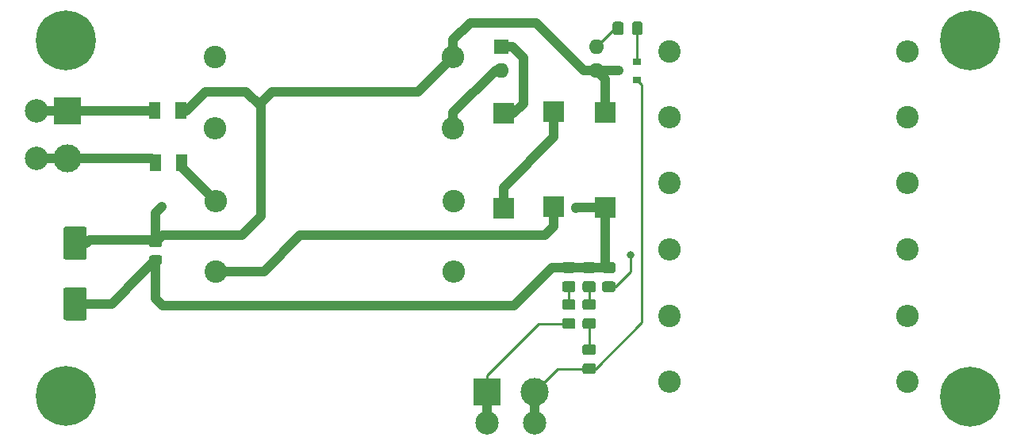
<source format=gbr>
G04 #@! TF.GenerationSoftware,KiCad,Pcbnew,(5.1.5)-3*
G04 #@! TF.CreationDate,2020-09-18T03:11:52-03:00*
G04 #@! TF.ProjectId,AIL,41494c2e-6b69-4636-9164-5f7063625858,rev?*
G04 #@! TF.SameCoordinates,Original*
G04 #@! TF.FileFunction,Copper,L1,Top*
G04 #@! TF.FilePolarity,Positive*
%FSLAX46Y46*%
G04 Gerber Fmt 4.6, Leading zero omitted, Abs format (unit mm)*
G04 Created by KiCad (PCBNEW (5.1.5)-3) date 2020-09-18 03:11:52*
%MOMM*%
%LPD*%
G04 APERTURE LIST*
%ADD10O,2.400000X2.400000*%
%ADD11C,2.400000*%
%ADD12C,0.100000*%
%ADD13R,0.900000X0.800000*%
%ADD14R,1.600000X1.600000*%
%ADD15O,1.600000X1.600000*%
%ADD16C,0.800000*%
%ADD17C,6.400000*%
%ADD18C,1.000000*%
%ADD19R,2.200000X2.200000*%
%ADD20R,3.000000X3.000000*%
%ADD21C,3.000000*%
%ADD22C,2.500000*%
%ADD23C,1.000000*%
%ADD24C,0.250000*%
G04 APERTURE END LIST*
D10*
X135597900Y-127894080D03*
D11*
X160997900Y-127894080D03*
G04 #@! TA.AperFunction,SMDPad,CuDef*
D12*
G36*
X81206422Y-114385414D02*
G01*
X81230083Y-114388924D01*
X81253287Y-114394736D01*
X81275809Y-114402794D01*
X81297433Y-114413022D01*
X81317950Y-114425319D01*
X81337163Y-114439569D01*
X81354887Y-114455633D01*
X81370951Y-114473357D01*
X81385201Y-114492570D01*
X81397498Y-114513087D01*
X81407726Y-114534711D01*
X81415784Y-114557233D01*
X81421596Y-114580437D01*
X81425106Y-114604098D01*
X81426280Y-114627990D01*
X81426280Y-115115490D01*
X81425106Y-115139382D01*
X81421596Y-115163043D01*
X81415784Y-115186247D01*
X81407726Y-115208769D01*
X81397498Y-115230393D01*
X81385201Y-115250910D01*
X81370951Y-115270123D01*
X81354887Y-115287847D01*
X81337163Y-115303911D01*
X81317950Y-115318161D01*
X81297433Y-115330458D01*
X81275809Y-115340686D01*
X81253287Y-115348744D01*
X81230083Y-115354556D01*
X81206422Y-115358066D01*
X81182530Y-115359240D01*
X80270030Y-115359240D01*
X80246138Y-115358066D01*
X80222477Y-115354556D01*
X80199273Y-115348744D01*
X80176751Y-115340686D01*
X80155127Y-115330458D01*
X80134610Y-115318161D01*
X80115397Y-115303911D01*
X80097673Y-115287847D01*
X80081609Y-115270123D01*
X80067359Y-115250910D01*
X80055062Y-115230393D01*
X80044834Y-115208769D01*
X80036776Y-115186247D01*
X80030964Y-115163043D01*
X80027454Y-115139382D01*
X80026280Y-115115490D01*
X80026280Y-114627990D01*
X80027454Y-114604098D01*
X80030964Y-114580437D01*
X80036776Y-114557233D01*
X80044834Y-114534711D01*
X80055062Y-114513087D01*
X80067359Y-114492570D01*
X80081609Y-114473357D01*
X80097673Y-114455633D01*
X80115397Y-114439569D01*
X80134610Y-114425319D01*
X80155127Y-114413022D01*
X80176751Y-114402794D01*
X80199273Y-114394736D01*
X80222477Y-114388924D01*
X80246138Y-114385414D01*
X80270030Y-114384240D01*
X81182530Y-114384240D01*
X81206422Y-114385414D01*
G37*
G04 #@! TD.AperFunction*
G04 #@! TA.AperFunction,SMDPad,CuDef*
G36*
X81206422Y-112510414D02*
G01*
X81230083Y-112513924D01*
X81253287Y-112519736D01*
X81275809Y-112527794D01*
X81297433Y-112538022D01*
X81317950Y-112550319D01*
X81337163Y-112564569D01*
X81354887Y-112580633D01*
X81370951Y-112598357D01*
X81385201Y-112617570D01*
X81397498Y-112638087D01*
X81407726Y-112659711D01*
X81415784Y-112682233D01*
X81421596Y-112705437D01*
X81425106Y-112729098D01*
X81426280Y-112752990D01*
X81426280Y-113240490D01*
X81425106Y-113264382D01*
X81421596Y-113288043D01*
X81415784Y-113311247D01*
X81407726Y-113333769D01*
X81397498Y-113355393D01*
X81385201Y-113375910D01*
X81370951Y-113395123D01*
X81354887Y-113412847D01*
X81337163Y-113428911D01*
X81317950Y-113443161D01*
X81297433Y-113455458D01*
X81275809Y-113465686D01*
X81253287Y-113473744D01*
X81230083Y-113479556D01*
X81206422Y-113483066D01*
X81182530Y-113484240D01*
X80270030Y-113484240D01*
X80246138Y-113483066D01*
X80222477Y-113479556D01*
X80199273Y-113473744D01*
X80176751Y-113465686D01*
X80155127Y-113455458D01*
X80134610Y-113443161D01*
X80115397Y-113428911D01*
X80097673Y-113412847D01*
X80081609Y-113395123D01*
X80067359Y-113375910D01*
X80055062Y-113355393D01*
X80044834Y-113333769D01*
X80036776Y-113311247D01*
X80030964Y-113288043D01*
X80027454Y-113264382D01*
X80026280Y-113240490D01*
X80026280Y-112752990D01*
X80027454Y-112729098D01*
X80030964Y-112705437D01*
X80036776Y-112682233D01*
X80044834Y-112659711D01*
X80055062Y-112638087D01*
X80067359Y-112617570D01*
X80081609Y-112598357D01*
X80097673Y-112580633D01*
X80115397Y-112564569D01*
X80134610Y-112550319D01*
X80155127Y-112538022D01*
X80176751Y-112527794D01*
X80199273Y-112519736D01*
X80222477Y-112513924D01*
X80246138Y-112510414D01*
X80270030Y-112509240D01*
X81182530Y-112509240D01*
X81206422Y-112510414D01*
G37*
G04 #@! TD.AperFunction*
G04 #@! TA.AperFunction,SMDPad,CuDef*
G36*
X81335120Y-103590120D02*
G01*
X81335120Y-105340120D01*
X80085120Y-105340120D01*
X80085120Y-103590120D01*
X81335120Y-103590120D01*
G37*
G04 #@! TD.AperFunction*
G04 #@! TA.AperFunction,SMDPad,CuDef*
G36*
X84135120Y-103590120D02*
G01*
X84135120Y-105340120D01*
X82885120Y-105340120D01*
X82885120Y-103590120D01*
X84135120Y-103590120D01*
G37*
G04 #@! TD.AperFunction*
G04 #@! TA.AperFunction,SMDPad,CuDef*
G36*
X84051760Y-98027520D02*
G01*
X84051760Y-99777520D01*
X82801760Y-99777520D01*
X82801760Y-98027520D01*
X84051760Y-98027520D01*
G37*
G04 #@! TD.AperFunction*
G04 #@! TA.AperFunction,SMDPad,CuDef*
G36*
X81251760Y-98027520D02*
G01*
X81251760Y-99777520D01*
X80001760Y-99777520D01*
X80001760Y-98027520D01*
X81251760Y-98027520D01*
G37*
G04 #@! TD.AperFunction*
D13*
X130133340Y-94660680D03*
X132133340Y-93710680D03*
X132133340Y-95610680D03*
D10*
X87127080Y-108549440D03*
D11*
X112527080Y-108549440D03*
X87078081Y-93180841D03*
D10*
X112478081Y-93180841D03*
D11*
X87116481Y-116104041D03*
D10*
X112516481Y-116104041D03*
X87076280Y-100777040D03*
D11*
X112476280Y-100777040D03*
G04 #@! TA.AperFunction,SMDPad,CuDef*
D12*
G36*
X129570005Y-117173204D02*
G01*
X129594273Y-117176804D01*
X129618072Y-117182765D01*
X129641171Y-117191030D01*
X129663350Y-117201520D01*
X129684393Y-117214132D01*
X129704099Y-117228747D01*
X129722277Y-117245223D01*
X129738753Y-117263401D01*
X129753368Y-117283107D01*
X129765980Y-117304150D01*
X129776470Y-117326329D01*
X129784735Y-117349428D01*
X129790696Y-117373227D01*
X129794296Y-117397495D01*
X129795500Y-117421999D01*
X129795500Y-118072001D01*
X129794296Y-118096505D01*
X129790696Y-118120773D01*
X129784735Y-118144572D01*
X129776470Y-118167671D01*
X129765980Y-118189850D01*
X129753368Y-118210893D01*
X129738753Y-118230599D01*
X129722277Y-118248777D01*
X129704099Y-118265253D01*
X129684393Y-118279868D01*
X129663350Y-118292480D01*
X129641171Y-118302970D01*
X129618072Y-118311235D01*
X129594273Y-118317196D01*
X129570005Y-118320796D01*
X129545501Y-118322000D01*
X128645499Y-118322000D01*
X128620995Y-118320796D01*
X128596727Y-118317196D01*
X128572928Y-118311235D01*
X128549829Y-118302970D01*
X128527650Y-118292480D01*
X128506607Y-118279868D01*
X128486901Y-118265253D01*
X128468723Y-118248777D01*
X128452247Y-118230599D01*
X128437632Y-118210893D01*
X128425020Y-118189850D01*
X128414530Y-118167671D01*
X128406265Y-118144572D01*
X128400304Y-118120773D01*
X128396704Y-118096505D01*
X128395500Y-118072001D01*
X128395500Y-117421999D01*
X128396704Y-117397495D01*
X128400304Y-117373227D01*
X128406265Y-117349428D01*
X128414530Y-117326329D01*
X128425020Y-117304150D01*
X128437632Y-117283107D01*
X128452247Y-117263401D01*
X128468723Y-117245223D01*
X128486901Y-117228747D01*
X128506607Y-117214132D01*
X128527650Y-117201520D01*
X128549829Y-117191030D01*
X128572928Y-117182765D01*
X128596727Y-117176804D01*
X128620995Y-117173204D01*
X128645499Y-117172000D01*
X129545501Y-117172000D01*
X129570005Y-117173204D01*
G37*
G04 #@! TD.AperFunction*
G04 #@! TA.AperFunction,SMDPad,CuDef*
G36*
X129570005Y-115123204D02*
G01*
X129594273Y-115126804D01*
X129618072Y-115132765D01*
X129641171Y-115141030D01*
X129663350Y-115151520D01*
X129684393Y-115164132D01*
X129704099Y-115178747D01*
X129722277Y-115195223D01*
X129738753Y-115213401D01*
X129753368Y-115233107D01*
X129765980Y-115254150D01*
X129776470Y-115276329D01*
X129784735Y-115299428D01*
X129790696Y-115323227D01*
X129794296Y-115347495D01*
X129795500Y-115371999D01*
X129795500Y-116022001D01*
X129794296Y-116046505D01*
X129790696Y-116070773D01*
X129784735Y-116094572D01*
X129776470Y-116117671D01*
X129765980Y-116139850D01*
X129753368Y-116160893D01*
X129738753Y-116180599D01*
X129722277Y-116198777D01*
X129704099Y-116215253D01*
X129684393Y-116229868D01*
X129663350Y-116242480D01*
X129641171Y-116252970D01*
X129618072Y-116261235D01*
X129594273Y-116267196D01*
X129570005Y-116270796D01*
X129545501Y-116272000D01*
X128645499Y-116272000D01*
X128620995Y-116270796D01*
X128596727Y-116267196D01*
X128572928Y-116261235D01*
X128549829Y-116252970D01*
X128527650Y-116242480D01*
X128506607Y-116229868D01*
X128486901Y-116215253D01*
X128468723Y-116198777D01*
X128452247Y-116180599D01*
X128437632Y-116160893D01*
X128425020Y-116139850D01*
X128414530Y-116117671D01*
X128406265Y-116094572D01*
X128400304Y-116070773D01*
X128396704Y-116046505D01*
X128395500Y-116022001D01*
X128395500Y-115371999D01*
X128396704Y-115347495D01*
X128400304Y-115323227D01*
X128406265Y-115299428D01*
X128414530Y-115276329D01*
X128425020Y-115254150D01*
X128437632Y-115233107D01*
X128452247Y-115213401D01*
X128468723Y-115195223D01*
X128486901Y-115178747D01*
X128506607Y-115164132D01*
X128527650Y-115151520D01*
X128549829Y-115141030D01*
X128572928Y-115132765D01*
X128596727Y-115126804D01*
X128620995Y-115123204D01*
X128645499Y-115122000D01*
X129545501Y-115122000D01*
X129570005Y-115123204D01*
G37*
G04 #@! TD.AperFunction*
G04 #@! TA.AperFunction,SMDPad,CuDef*
G36*
X132490465Y-89410244D02*
G01*
X132514733Y-89413844D01*
X132538532Y-89419805D01*
X132561631Y-89428070D01*
X132583810Y-89438560D01*
X132604853Y-89451172D01*
X132624559Y-89465787D01*
X132642737Y-89482263D01*
X132659213Y-89500441D01*
X132673828Y-89520147D01*
X132686440Y-89541190D01*
X132696930Y-89563369D01*
X132705195Y-89586468D01*
X132711156Y-89610267D01*
X132714756Y-89634535D01*
X132715960Y-89659039D01*
X132715960Y-90559041D01*
X132714756Y-90583545D01*
X132711156Y-90607813D01*
X132705195Y-90631612D01*
X132696930Y-90654711D01*
X132686440Y-90676890D01*
X132673828Y-90697933D01*
X132659213Y-90717639D01*
X132642737Y-90735817D01*
X132624559Y-90752293D01*
X132604853Y-90766908D01*
X132583810Y-90779520D01*
X132561631Y-90790010D01*
X132538532Y-90798275D01*
X132514733Y-90804236D01*
X132490465Y-90807836D01*
X132465961Y-90809040D01*
X131815959Y-90809040D01*
X131791455Y-90807836D01*
X131767187Y-90804236D01*
X131743388Y-90798275D01*
X131720289Y-90790010D01*
X131698110Y-90779520D01*
X131677067Y-90766908D01*
X131657361Y-90752293D01*
X131639183Y-90735817D01*
X131622707Y-90717639D01*
X131608092Y-90697933D01*
X131595480Y-90676890D01*
X131584990Y-90654711D01*
X131576725Y-90631612D01*
X131570764Y-90607813D01*
X131567164Y-90583545D01*
X131565960Y-90559041D01*
X131565960Y-89659039D01*
X131567164Y-89634535D01*
X131570764Y-89610267D01*
X131576725Y-89586468D01*
X131584990Y-89563369D01*
X131595480Y-89541190D01*
X131608092Y-89520147D01*
X131622707Y-89500441D01*
X131639183Y-89482263D01*
X131657361Y-89465787D01*
X131677067Y-89451172D01*
X131698110Y-89438560D01*
X131720289Y-89428070D01*
X131743388Y-89419805D01*
X131767187Y-89413844D01*
X131791455Y-89410244D01*
X131815959Y-89409040D01*
X132465961Y-89409040D01*
X132490465Y-89410244D01*
G37*
G04 #@! TD.AperFunction*
G04 #@! TA.AperFunction,SMDPad,CuDef*
G36*
X130440465Y-89410244D02*
G01*
X130464733Y-89413844D01*
X130488532Y-89419805D01*
X130511631Y-89428070D01*
X130533810Y-89438560D01*
X130554853Y-89451172D01*
X130574559Y-89465787D01*
X130592737Y-89482263D01*
X130609213Y-89500441D01*
X130623828Y-89520147D01*
X130636440Y-89541190D01*
X130646930Y-89563369D01*
X130655195Y-89586468D01*
X130661156Y-89610267D01*
X130664756Y-89634535D01*
X130665960Y-89659039D01*
X130665960Y-90559041D01*
X130664756Y-90583545D01*
X130661156Y-90607813D01*
X130655195Y-90631612D01*
X130646930Y-90654711D01*
X130636440Y-90676890D01*
X130623828Y-90697933D01*
X130609213Y-90717639D01*
X130592737Y-90735817D01*
X130574559Y-90752293D01*
X130554853Y-90766908D01*
X130533810Y-90779520D01*
X130511631Y-90790010D01*
X130488532Y-90798275D01*
X130464733Y-90804236D01*
X130440465Y-90807836D01*
X130415961Y-90809040D01*
X129765959Y-90809040D01*
X129741455Y-90807836D01*
X129717187Y-90804236D01*
X129693388Y-90798275D01*
X129670289Y-90790010D01*
X129648110Y-90779520D01*
X129627067Y-90766908D01*
X129607361Y-90752293D01*
X129589183Y-90735817D01*
X129572707Y-90717639D01*
X129558092Y-90697933D01*
X129545480Y-90676890D01*
X129534990Y-90654711D01*
X129526725Y-90631612D01*
X129520764Y-90607813D01*
X129517164Y-90583545D01*
X129515960Y-90559041D01*
X129515960Y-89659039D01*
X129517164Y-89634535D01*
X129520764Y-89610267D01*
X129526725Y-89586468D01*
X129534990Y-89563369D01*
X129545480Y-89541190D01*
X129558092Y-89520147D01*
X129572707Y-89500441D01*
X129589183Y-89482263D01*
X129607361Y-89465787D01*
X129627067Y-89451172D01*
X129648110Y-89438560D01*
X129670289Y-89428070D01*
X129693388Y-89419805D01*
X129717187Y-89413844D01*
X129741455Y-89410244D01*
X129765959Y-89409040D01*
X130415961Y-89409040D01*
X130440465Y-89410244D01*
G37*
G04 #@! TD.AperFunction*
D11*
X135597900Y-120832880D03*
D10*
X160997900Y-120832880D03*
X135597900Y-113771680D03*
D11*
X160997900Y-113771680D03*
X135597900Y-106608880D03*
D10*
X160997900Y-106608880D03*
D11*
X160997900Y-99598480D03*
D10*
X135597900Y-99598480D03*
X160997900Y-92588080D03*
D11*
X135597900Y-92588080D03*
G04 #@! TA.AperFunction,SMDPad,CuDef*
D12*
G36*
X127474505Y-115114204D02*
G01*
X127498773Y-115117804D01*
X127522572Y-115123765D01*
X127545671Y-115132030D01*
X127567850Y-115142520D01*
X127588893Y-115155132D01*
X127608599Y-115169747D01*
X127626777Y-115186223D01*
X127643253Y-115204401D01*
X127657868Y-115224107D01*
X127670480Y-115245150D01*
X127680970Y-115267329D01*
X127689235Y-115290428D01*
X127695196Y-115314227D01*
X127698796Y-115338495D01*
X127700000Y-115362999D01*
X127700000Y-116013001D01*
X127698796Y-116037505D01*
X127695196Y-116061773D01*
X127689235Y-116085572D01*
X127680970Y-116108671D01*
X127670480Y-116130850D01*
X127657868Y-116151893D01*
X127643253Y-116171599D01*
X127626777Y-116189777D01*
X127608599Y-116206253D01*
X127588893Y-116220868D01*
X127567850Y-116233480D01*
X127545671Y-116243970D01*
X127522572Y-116252235D01*
X127498773Y-116258196D01*
X127474505Y-116261796D01*
X127450001Y-116263000D01*
X126549999Y-116263000D01*
X126525495Y-116261796D01*
X126501227Y-116258196D01*
X126477428Y-116252235D01*
X126454329Y-116243970D01*
X126432150Y-116233480D01*
X126411107Y-116220868D01*
X126391401Y-116206253D01*
X126373223Y-116189777D01*
X126356747Y-116171599D01*
X126342132Y-116151893D01*
X126329520Y-116130850D01*
X126319030Y-116108671D01*
X126310765Y-116085572D01*
X126304804Y-116061773D01*
X126301204Y-116037505D01*
X126300000Y-116013001D01*
X126300000Y-115362999D01*
X126301204Y-115338495D01*
X126304804Y-115314227D01*
X126310765Y-115290428D01*
X126319030Y-115267329D01*
X126329520Y-115245150D01*
X126342132Y-115224107D01*
X126356747Y-115204401D01*
X126373223Y-115186223D01*
X126391401Y-115169747D01*
X126411107Y-115155132D01*
X126432150Y-115142520D01*
X126454329Y-115132030D01*
X126477428Y-115123765D01*
X126501227Y-115117804D01*
X126525495Y-115114204D01*
X126549999Y-115113000D01*
X127450001Y-115113000D01*
X127474505Y-115114204D01*
G37*
G04 #@! TD.AperFunction*
G04 #@! TA.AperFunction,SMDPad,CuDef*
G36*
X127474505Y-117164204D02*
G01*
X127498773Y-117167804D01*
X127522572Y-117173765D01*
X127545671Y-117182030D01*
X127567850Y-117192520D01*
X127588893Y-117205132D01*
X127608599Y-117219747D01*
X127626777Y-117236223D01*
X127643253Y-117254401D01*
X127657868Y-117274107D01*
X127670480Y-117295150D01*
X127680970Y-117317329D01*
X127689235Y-117340428D01*
X127695196Y-117364227D01*
X127698796Y-117388495D01*
X127700000Y-117412999D01*
X127700000Y-118063001D01*
X127698796Y-118087505D01*
X127695196Y-118111773D01*
X127689235Y-118135572D01*
X127680970Y-118158671D01*
X127670480Y-118180850D01*
X127657868Y-118201893D01*
X127643253Y-118221599D01*
X127626777Y-118239777D01*
X127608599Y-118256253D01*
X127588893Y-118270868D01*
X127567850Y-118283480D01*
X127545671Y-118293970D01*
X127522572Y-118302235D01*
X127498773Y-118308196D01*
X127474505Y-118311796D01*
X127450001Y-118313000D01*
X126549999Y-118313000D01*
X126525495Y-118311796D01*
X126501227Y-118308196D01*
X126477428Y-118302235D01*
X126454329Y-118293970D01*
X126432150Y-118283480D01*
X126411107Y-118270868D01*
X126391401Y-118256253D01*
X126373223Y-118239777D01*
X126356747Y-118221599D01*
X126342132Y-118201893D01*
X126329520Y-118180850D01*
X126319030Y-118158671D01*
X126310765Y-118135572D01*
X126304804Y-118111773D01*
X126301204Y-118087505D01*
X126300000Y-118063001D01*
X126300000Y-117412999D01*
X126301204Y-117388495D01*
X126304804Y-117364227D01*
X126310765Y-117340428D01*
X126319030Y-117317329D01*
X126329520Y-117295150D01*
X126342132Y-117274107D01*
X126356747Y-117254401D01*
X126373223Y-117236223D01*
X126391401Y-117219747D01*
X126411107Y-117205132D01*
X126432150Y-117192520D01*
X126454329Y-117182030D01*
X126477428Y-117173765D01*
X126501227Y-117167804D01*
X126525495Y-117164204D01*
X126549999Y-117163000D01*
X127450001Y-117163000D01*
X127474505Y-117164204D01*
G37*
G04 #@! TD.AperFunction*
G04 #@! TA.AperFunction,SMDPad,CuDef*
G36*
X127474505Y-121110204D02*
G01*
X127498773Y-121113804D01*
X127522572Y-121119765D01*
X127545671Y-121128030D01*
X127567850Y-121138520D01*
X127588893Y-121151132D01*
X127608599Y-121165747D01*
X127626777Y-121182223D01*
X127643253Y-121200401D01*
X127657868Y-121220107D01*
X127670480Y-121241150D01*
X127680970Y-121263329D01*
X127689235Y-121286428D01*
X127695196Y-121310227D01*
X127698796Y-121334495D01*
X127700000Y-121358999D01*
X127700000Y-122009001D01*
X127698796Y-122033505D01*
X127695196Y-122057773D01*
X127689235Y-122081572D01*
X127680970Y-122104671D01*
X127670480Y-122126850D01*
X127657868Y-122147893D01*
X127643253Y-122167599D01*
X127626777Y-122185777D01*
X127608599Y-122202253D01*
X127588893Y-122216868D01*
X127567850Y-122229480D01*
X127545671Y-122239970D01*
X127522572Y-122248235D01*
X127498773Y-122254196D01*
X127474505Y-122257796D01*
X127450001Y-122259000D01*
X126549999Y-122259000D01*
X126525495Y-122257796D01*
X126501227Y-122254196D01*
X126477428Y-122248235D01*
X126454329Y-122239970D01*
X126432150Y-122229480D01*
X126411107Y-122216868D01*
X126391401Y-122202253D01*
X126373223Y-122185777D01*
X126356747Y-122167599D01*
X126342132Y-122147893D01*
X126329520Y-122126850D01*
X126319030Y-122104671D01*
X126310765Y-122081572D01*
X126304804Y-122057773D01*
X126301204Y-122033505D01*
X126300000Y-122009001D01*
X126300000Y-121358999D01*
X126301204Y-121334495D01*
X126304804Y-121310227D01*
X126310765Y-121286428D01*
X126319030Y-121263329D01*
X126329520Y-121241150D01*
X126342132Y-121220107D01*
X126356747Y-121200401D01*
X126373223Y-121182223D01*
X126391401Y-121165747D01*
X126411107Y-121151132D01*
X126432150Y-121138520D01*
X126454329Y-121128030D01*
X126477428Y-121119765D01*
X126501227Y-121113804D01*
X126525495Y-121110204D01*
X126549999Y-121109000D01*
X127450001Y-121109000D01*
X127474505Y-121110204D01*
G37*
G04 #@! TD.AperFunction*
G04 #@! TA.AperFunction,SMDPad,CuDef*
G36*
X127474505Y-119060204D02*
G01*
X127498773Y-119063804D01*
X127522572Y-119069765D01*
X127545671Y-119078030D01*
X127567850Y-119088520D01*
X127588893Y-119101132D01*
X127608599Y-119115747D01*
X127626777Y-119132223D01*
X127643253Y-119150401D01*
X127657868Y-119170107D01*
X127670480Y-119191150D01*
X127680970Y-119213329D01*
X127689235Y-119236428D01*
X127695196Y-119260227D01*
X127698796Y-119284495D01*
X127700000Y-119308999D01*
X127700000Y-119959001D01*
X127698796Y-119983505D01*
X127695196Y-120007773D01*
X127689235Y-120031572D01*
X127680970Y-120054671D01*
X127670480Y-120076850D01*
X127657868Y-120097893D01*
X127643253Y-120117599D01*
X127626777Y-120135777D01*
X127608599Y-120152253D01*
X127588893Y-120166868D01*
X127567850Y-120179480D01*
X127545671Y-120189970D01*
X127522572Y-120198235D01*
X127498773Y-120204196D01*
X127474505Y-120207796D01*
X127450001Y-120209000D01*
X126549999Y-120209000D01*
X126525495Y-120207796D01*
X126501227Y-120204196D01*
X126477428Y-120198235D01*
X126454329Y-120189970D01*
X126432150Y-120179480D01*
X126411107Y-120166868D01*
X126391401Y-120152253D01*
X126373223Y-120135777D01*
X126356747Y-120117599D01*
X126342132Y-120097893D01*
X126329520Y-120076850D01*
X126319030Y-120054671D01*
X126310765Y-120031572D01*
X126304804Y-120007773D01*
X126301204Y-119983505D01*
X126300000Y-119959001D01*
X126300000Y-119308999D01*
X126301204Y-119284495D01*
X126304804Y-119260227D01*
X126310765Y-119236428D01*
X126319030Y-119213329D01*
X126329520Y-119191150D01*
X126342132Y-119170107D01*
X126356747Y-119150401D01*
X126373223Y-119132223D01*
X126391401Y-119115747D01*
X126411107Y-119101132D01*
X126432150Y-119088520D01*
X126454329Y-119078030D01*
X126477428Y-119069765D01*
X126501227Y-119063804D01*
X126525495Y-119060204D01*
X126549999Y-119059000D01*
X127450001Y-119059000D01*
X127474505Y-119060204D01*
G37*
G04 #@! TD.AperFunction*
D14*
X117589300Y-92054680D03*
D15*
X127749300Y-94594680D03*
X117589300Y-94594680D03*
X127749300Y-92054680D03*
G04 #@! TA.AperFunction,SMDPad,CuDef*
D12*
G36*
X127474505Y-125936204D02*
G01*
X127498773Y-125939804D01*
X127522572Y-125945765D01*
X127545671Y-125954030D01*
X127567850Y-125964520D01*
X127588893Y-125977132D01*
X127608599Y-125991747D01*
X127626777Y-126008223D01*
X127643253Y-126026401D01*
X127657868Y-126046107D01*
X127670480Y-126067150D01*
X127680970Y-126089329D01*
X127689235Y-126112428D01*
X127695196Y-126136227D01*
X127698796Y-126160495D01*
X127700000Y-126184999D01*
X127700000Y-126835001D01*
X127698796Y-126859505D01*
X127695196Y-126883773D01*
X127689235Y-126907572D01*
X127680970Y-126930671D01*
X127670480Y-126952850D01*
X127657868Y-126973893D01*
X127643253Y-126993599D01*
X127626777Y-127011777D01*
X127608599Y-127028253D01*
X127588893Y-127042868D01*
X127567850Y-127055480D01*
X127545671Y-127065970D01*
X127522572Y-127074235D01*
X127498773Y-127080196D01*
X127474505Y-127083796D01*
X127450001Y-127085000D01*
X126549999Y-127085000D01*
X126525495Y-127083796D01*
X126501227Y-127080196D01*
X126477428Y-127074235D01*
X126454329Y-127065970D01*
X126432150Y-127055480D01*
X126411107Y-127042868D01*
X126391401Y-127028253D01*
X126373223Y-127011777D01*
X126356747Y-126993599D01*
X126342132Y-126973893D01*
X126329520Y-126952850D01*
X126319030Y-126930671D01*
X126310765Y-126907572D01*
X126304804Y-126883773D01*
X126301204Y-126859505D01*
X126300000Y-126835001D01*
X126300000Y-126184999D01*
X126301204Y-126160495D01*
X126304804Y-126136227D01*
X126310765Y-126112428D01*
X126319030Y-126089329D01*
X126329520Y-126067150D01*
X126342132Y-126046107D01*
X126356747Y-126026401D01*
X126373223Y-126008223D01*
X126391401Y-125991747D01*
X126411107Y-125977132D01*
X126432150Y-125964520D01*
X126454329Y-125954030D01*
X126477428Y-125945765D01*
X126501227Y-125939804D01*
X126525495Y-125936204D01*
X126549999Y-125935000D01*
X127450001Y-125935000D01*
X127474505Y-125936204D01*
G37*
G04 #@! TD.AperFunction*
G04 #@! TA.AperFunction,SMDPad,CuDef*
G36*
X127474505Y-123886204D02*
G01*
X127498773Y-123889804D01*
X127522572Y-123895765D01*
X127545671Y-123904030D01*
X127567850Y-123914520D01*
X127588893Y-123927132D01*
X127608599Y-123941747D01*
X127626777Y-123958223D01*
X127643253Y-123976401D01*
X127657868Y-123996107D01*
X127670480Y-124017150D01*
X127680970Y-124039329D01*
X127689235Y-124062428D01*
X127695196Y-124086227D01*
X127698796Y-124110495D01*
X127700000Y-124134999D01*
X127700000Y-124785001D01*
X127698796Y-124809505D01*
X127695196Y-124833773D01*
X127689235Y-124857572D01*
X127680970Y-124880671D01*
X127670480Y-124902850D01*
X127657868Y-124923893D01*
X127643253Y-124943599D01*
X127626777Y-124961777D01*
X127608599Y-124978253D01*
X127588893Y-124992868D01*
X127567850Y-125005480D01*
X127545671Y-125015970D01*
X127522572Y-125024235D01*
X127498773Y-125030196D01*
X127474505Y-125033796D01*
X127450001Y-125035000D01*
X126549999Y-125035000D01*
X126525495Y-125033796D01*
X126501227Y-125030196D01*
X126477428Y-125024235D01*
X126454329Y-125015970D01*
X126432150Y-125005480D01*
X126411107Y-124992868D01*
X126391401Y-124978253D01*
X126373223Y-124961777D01*
X126356747Y-124943599D01*
X126342132Y-124923893D01*
X126329520Y-124902850D01*
X126319030Y-124880671D01*
X126310765Y-124857572D01*
X126304804Y-124833773D01*
X126301204Y-124809505D01*
X126300000Y-124785001D01*
X126300000Y-124134999D01*
X126301204Y-124110495D01*
X126304804Y-124086227D01*
X126310765Y-124062428D01*
X126319030Y-124039329D01*
X126329520Y-124017150D01*
X126342132Y-123996107D01*
X126356747Y-123976401D01*
X126373223Y-123958223D01*
X126391401Y-123941747D01*
X126411107Y-123927132D01*
X126432150Y-123914520D01*
X126454329Y-123904030D01*
X126477428Y-123895765D01*
X126501227Y-123889804D01*
X126525495Y-123886204D01*
X126549999Y-123885000D01*
X127450001Y-123885000D01*
X127474505Y-123886204D01*
G37*
G04 #@! TD.AperFunction*
G04 #@! TA.AperFunction,SMDPad,CuDef*
G36*
X125315505Y-117155204D02*
G01*
X125339773Y-117158804D01*
X125363572Y-117164765D01*
X125386671Y-117173030D01*
X125408850Y-117183520D01*
X125429893Y-117196132D01*
X125449599Y-117210747D01*
X125467777Y-117227223D01*
X125484253Y-117245401D01*
X125498868Y-117265107D01*
X125511480Y-117286150D01*
X125521970Y-117308329D01*
X125530235Y-117331428D01*
X125536196Y-117355227D01*
X125539796Y-117379495D01*
X125541000Y-117403999D01*
X125541000Y-118054001D01*
X125539796Y-118078505D01*
X125536196Y-118102773D01*
X125530235Y-118126572D01*
X125521970Y-118149671D01*
X125511480Y-118171850D01*
X125498868Y-118192893D01*
X125484253Y-118212599D01*
X125467777Y-118230777D01*
X125449599Y-118247253D01*
X125429893Y-118261868D01*
X125408850Y-118274480D01*
X125386671Y-118284970D01*
X125363572Y-118293235D01*
X125339773Y-118299196D01*
X125315505Y-118302796D01*
X125291001Y-118304000D01*
X124390999Y-118304000D01*
X124366495Y-118302796D01*
X124342227Y-118299196D01*
X124318428Y-118293235D01*
X124295329Y-118284970D01*
X124273150Y-118274480D01*
X124252107Y-118261868D01*
X124232401Y-118247253D01*
X124214223Y-118230777D01*
X124197747Y-118212599D01*
X124183132Y-118192893D01*
X124170520Y-118171850D01*
X124160030Y-118149671D01*
X124151765Y-118126572D01*
X124145804Y-118102773D01*
X124142204Y-118078505D01*
X124141000Y-118054001D01*
X124141000Y-117403999D01*
X124142204Y-117379495D01*
X124145804Y-117355227D01*
X124151765Y-117331428D01*
X124160030Y-117308329D01*
X124170520Y-117286150D01*
X124183132Y-117265107D01*
X124197747Y-117245401D01*
X124214223Y-117227223D01*
X124232401Y-117210747D01*
X124252107Y-117196132D01*
X124273150Y-117183520D01*
X124295329Y-117173030D01*
X124318428Y-117164765D01*
X124342227Y-117158804D01*
X124366495Y-117155204D01*
X124390999Y-117154000D01*
X125291001Y-117154000D01*
X125315505Y-117155204D01*
G37*
G04 #@! TD.AperFunction*
G04 #@! TA.AperFunction,SMDPad,CuDef*
G36*
X125315505Y-115105204D02*
G01*
X125339773Y-115108804D01*
X125363572Y-115114765D01*
X125386671Y-115123030D01*
X125408850Y-115133520D01*
X125429893Y-115146132D01*
X125449599Y-115160747D01*
X125467777Y-115177223D01*
X125484253Y-115195401D01*
X125498868Y-115215107D01*
X125511480Y-115236150D01*
X125521970Y-115258329D01*
X125530235Y-115281428D01*
X125536196Y-115305227D01*
X125539796Y-115329495D01*
X125541000Y-115353999D01*
X125541000Y-116004001D01*
X125539796Y-116028505D01*
X125536196Y-116052773D01*
X125530235Y-116076572D01*
X125521970Y-116099671D01*
X125511480Y-116121850D01*
X125498868Y-116142893D01*
X125484253Y-116162599D01*
X125467777Y-116180777D01*
X125449599Y-116197253D01*
X125429893Y-116211868D01*
X125408850Y-116224480D01*
X125386671Y-116234970D01*
X125363572Y-116243235D01*
X125339773Y-116249196D01*
X125315505Y-116252796D01*
X125291001Y-116254000D01*
X124390999Y-116254000D01*
X124366495Y-116252796D01*
X124342227Y-116249196D01*
X124318428Y-116243235D01*
X124295329Y-116234970D01*
X124273150Y-116224480D01*
X124252107Y-116211868D01*
X124232401Y-116197253D01*
X124214223Y-116180777D01*
X124197747Y-116162599D01*
X124183132Y-116142893D01*
X124170520Y-116121850D01*
X124160030Y-116099671D01*
X124151765Y-116076572D01*
X124145804Y-116052773D01*
X124142204Y-116028505D01*
X124141000Y-116004001D01*
X124141000Y-115353999D01*
X124142204Y-115329495D01*
X124145804Y-115305227D01*
X124151765Y-115281428D01*
X124160030Y-115258329D01*
X124170520Y-115236150D01*
X124183132Y-115215107D01*
X124197747Y-115195401D01*
X124214223Y-115177223D01*
X124232401Y-115160747D01*
X124252107Y-115146132D01*
X124273150Y-115133520D01*
X124295329Y-115123030D01*
X124318428Y-115114765D01*
X124342227Y-115108804D01*
X124366495Y-115105204D01*
X124390999Y-115104000D01*
X125291001Y-115104000D01*
X125315505Y-115105204D01*
G37*
G04 #@! TD.AperFunction*
G04 #@! TA.AperFunction,SMDPad,CuDef*
G36*
X125315505Y-119060204D02*
G01*
X125339773Y-119063804D01*
X125363572Y-119069765D01*
X125386671Y-119078030D01*
X125408850Y-119088520D01*
X125429893Y-119101132D01*
X125449599Y-119115747D01*
X125467777Y-119132223D01*
X125484253Y-119150401D01*
X125498868Y-119170107D01*
X125511480Y-119191150D01*
X125521970Y-119213329D01*
X125530235Y-119236428D01*
X125536196Y-119260227D01*
X125539796Y-119284495D01*
X125541000Y-119308999D01*
X125541000Y-119959001D01*
X125539796Y-119983505D01*
X125536196Y-120007773D01*
X125530235Y-120031572D01*
X125521970Y-120054671D01*
X125511480Y-120076850D01*
X125498868Y-120097893D01*
X125484253Y-120117599D01*
X125467777Y-120135777D01*
X125449599Y-120152253D01*
X125429893Y-120166868D01*
X125408850Y-120179480D01*
X125386671Y-120189970D01*
X125363572Y-120198235D01*
X125339773Y-120204196D01*
X125315505Y-120207796D01*
X125291001Y-120209000D01*
X124390999Y-120209000D01*
X124366495Y-120207796D01*
X124342227Y-120204196D01*
X124318428Y-120198235D01*
X124295329Y-120189970D01*
X124273150Y-120179480D01*
X124252107Y-120166868D01*
X124232401Y-120152253D01*
X124214223Y-120135777D01*
X124197747Y-120117599D01*
X124183132Y-120097893D01*
X124170520Y-120076850D01*
X124160030Y-120054671D01*
X124151765Y-120031572D01*
X124145804Y-120007773D01*
X124142204Y-119983505D01*
X124141000Y-119959001D01*
X124141000Y-119308999D01*
X124142204Y-119284495D01*
X124145804Y-119260227D01*
X124151765Y-119236428D01*
X124160030Y-119213329D01*
X124170520Y-119191150D01*
X124183132Y-119170107D01*
X124197747Y-119150401D01*
X124214223Y-119132223D01*
X124232401Y-119115747D01*
X124252107Y-119101132D01*
X124273150Y-119088520D01*
X124295329Y-119078030D01*
X124318428Y-119069765D01*
X124342227Y-119063804D01*
X124366495Y-119060204D01*
X124390999Y-119059000D01*
X125291001Y-119059000D01*
X125315505Y-119060204D01*
G37*
G04 #@! TD.AperFunction*
G04 #@! TA.AperFunction,SMDPad,CuDef*
G36*
X125315505Y-121110204D02*
G01*
X125339773Y-121113804D01*
X125363572Y-121119765D01*
X125386671Y-121128030D01*
X125408850Y-121138520D01*
X125429893Y-121151132D01*
X125449599Y-121165747D01*
X125467777Y-121182223D01*
X125484253Y-121200401D01*
X125498868Y-121220107D01*
X125511480Y-121241150D01*
X125521970Y-121263329D01*
X125530235Y-121286428D01*
X125536196Y-121310227D01*
X125539796Y-121334495D01*
X125541000Y-121358999D01*
X125541000Y-122009001D01*
X125539796Y-122033505D01*
X125536196Y-122057773D01*
X125530235Y-122081572D01*
X125521970Y-122104671D01*
X125511480Y-122126850D01*
X125498868Y-122147893D01*
X125484253Y-122167599D01*
X125467777Y-122185777D01*
X125449599Y-122202253D01*
X125429893Y-122216868D01*
X125408850Y-122229480D01*
X125386671Y-122239970D01*
X125363572Y-122248235D01*
X125339773Y-122254196D01*
X125315505Y-122257796D01*
X125291001Y-122259000D01*
X124390999Y-122259000D01*
X124366495Y-122257796D01*
X124342227Y-122254196D01*
X124318428Y-122248235D01*
X124295329Y-122239970D01*
X124273150Y-122229480D01*
X124252107Y-122216868D01*
X124232401Y-122202253D01*
X124214223Y-122185777D01*
X124197747Y-122167599D01*
X124183132Y-122147893D01*
X124170520Y-122126850D01*
X124160030Y-122104671D01*
X124151765Y-122081572D01*
X124145804Y-122057773D01*
X124142204Y-122033505D01*
X124141000Y-122009001D01*
X124141000Y-121358999D01*
X124142204Y-121334495D01*
X124145804Y-121310227D01*
X124151765Y-121286428D01*
X124160030Y-121263329D01*
X124170520Y-121241150D01*
X124183132Y-121220107D01*
X124197747Y-121200401D01*
X124214223Y-121182223D01*
X124232401Y-121165747D01*
X124252107Y-121151132D01*
X124273150Y-121138520D01*
X124295329Y-121128030D01*
X124318428Y-121119765D01*
X124342227Y-121113804D01*
X124366495Y-121110204D01*
X124390999Y-121109000D01*
X125291001Y-121109000D01*
X125315505Y-121110204D01*
G37*
G04 #@! TD.AperFunction*
D16*
X169337056Y-127842944D03*
X167640000Y-127140000D03*
X165942944Y-127842944D03*
X165240000Y-129540000D03*
X165942944Y-131237056D03*
X167640000Y-131940000D03*
X169337056Y-131237056D03*
X170040000Y-129540000D03*
D17*
X167640000Y-129540000D03*
X167640000Y-91440000D03*
D16*
X170040000Y-91440000D03*
X169337056Y-93137056D03*
X167640000Y-93840000D03*
X165942944Y-93137056D03*
X165240000Y-91440000D03*
X165942944Y-89742944D03*
X167640000Y-89040000D03*
X169337056Y-89742944D03*
X72834836Y-127736264D03*
X71137780Y-127033320D03*
X69440724Y-127736264D03*
X68737780Y-129433320D03*
X69440724Y-131130376D03*
X71137780Y-131833320D03*
X72834836Y-131130376D03*
X73537780Y-129433320D03*
D17*
X71137780Y-129433320D03*
X71120000Y-91440000D03*
D16*
X73520000Y-91440000D03*
X72817056Y-93137056D03*
X71120000Y-93840000D03*
X69422944Y-93137056D03*
X68720000Y-91440000D03*
X69422944Y-89742944D03*
X71120000Y-89040000D03*
X72817056Y-89742944D03*
D18*
X81465420Y-119771160D03*
X81419700Y-109161580D03*
G04 #@! TA.AperFunction,SMDPad,CuDef*
D12*
G36*
X73160504Y-117833204D02*
G01*
X73184773Y-117836804D01*
X73208571Y-117842765D01*
X73231671Y-117851030D01*
X73253849Y-117861520D01*
X73274893Y-117874133D01*
X73294598Y-117888747D01*
X73312777Y-117905223D01*
X73329253Y-117923402D01*
X73343867Y-117943107D01*
X73356480Y-117964151D01*
X73366970Y-117986329D01*
X73375235Y-118009429D01*
X73381196Y-118033227D01*
X73384796Y-118057496D01*
X73386000Y-118082000D01*
X73386000Y-121082000D01*
X73384796Y-121106504D01*
X73381196Y-121130773D01*
X73375235Y-121154571D01*
X73366970Y-121177671D01*
X73356480Y-121199849D01*
X73343867Y-121220893D01*
X73329253Y-121240598D01*
X73312777Y-121258777D01*
X73294598Y-121275253D01*
X73274893Y-121289867D01*
X73253849Y-121302480D01*
X73231671Y-121312970D01*
X73208571Y-121321235D01*
X73184773Y-121327196D01*
X73160504Y-121330796D01*
X73136000Y-121332000D01*
X71136000Y-121332000D01*
X71111496Y-121330796D01*
X71087227Y-121327196D01*
X71063429Y-121321235D01*
X71040329Y-121312970D01*
X71018151Y-121302480D01*
X70997107Y-121289867D01*
X70977402Y-121275253D01*
X70959223Y-121258777D01*
X70942747Y-121240598D01*
X70928133Y-121220893D01*
X70915520Y-121199849D01*
X70905030Y-121177671D01*
X70896765Y-121154571D01*
X70890804Y-121130773D01*
X70887204Y-121106504D01*
X70886000Y-121082000D01*
X70886000Y-118082000D01*
X70887204Y-118057496D01*
X70890804Y-118033227D01*
X70896765Y-118009429D01*
X70905030Y-117986329D01*
X70915520Y-117964151D01*
X70928133Y-117943107D01*
X70942747Y-117923402D01*
X70959223Y-117905223D01*
X70977402Y-117888747D01*
X70997107Y-117874133D01*
X71018151Y-117861520D01*
X71040329Y-117851030D01*
X71063429Y-117842765D01*
X71087227Y-117836804D01*
X71111496Y-117833204D01*
X71136000Y-117832000D01*
X73136000Y-117832000D01*
X73160504Y-117833204D01*
G37*
G04 #@! TD.AperFunction*
G04 #@! TA.AperFunction,SMDPad,CuDef*
G36*
X73160504Y-111333204D02*
G01*
X73184773Y-111336804D01*
X73208571Y-111342765D01*
X73231671Y-111351030D01*
X73253849Y-111361520D01*
X73274893Y-111374133D01*
X73294598Y-111388747D01*
X73312777Y-111405223D01*
X73329253Y-111423402D01*
X73343867Y-111443107D01*
X73356480Y-111464151D01*
X73366970Y-111486329D01*
X73375235Y-111509429D01*
X73381196Y-111533227D01*
X73384796Y-111557496D01*
X73386000Y-111582000D01*
X73386000Y-114582000D01*
X73384796Y-114606504D01*
X73381196Y-114630773D01*
X73375235Y-114654571D01*
X73366970Y-114677671D01*
X73356480Y-114699849D01*
X73343867Y-114720893D01*
X73329253Y-114740598D01*
X73312777Y-114758777D01*
X73294598Y-114775253D01*
X73274893Y-114789867D01*
X73253849Y-114802480D01*
X73231671Y-114812970D01*
X73208571Y-114821235D01*
X73184773Y-114827196D01*
X73160504Y-114830796D01*
X73136000Y-114832000D01*
X71136000Y-114832000D01*
X71111496Y-114830796D01*
X71087227Y-114827196D01*
X71063429Y-114821235D01*
X71040329Y-114812970D01*
X71018151Y-114802480D01*
X70997107Y-114789867D01*
X70977402Y-114775253D01*
X70959223Y-114758777D01*
X70942747Y-114740598D01*
X70928133Y-114720893D01*
X70915520Y-114699849D01*
X70905030Y-114677671D01*
X70896765Y-114654571D01*
X70890804Y-114630773D01*
X70887204Y-114606504D01*
X70886000Y-114582000D01*
X70886000Y-111582000D01*
X70887204Y-111557496D01*
X70890804Y-111533227D01*
X70896765Y-111509429D01*
X70905030Y-111486329D01*
X70915520Y-111464151D01*
X70928133Y-111443107D01*
X70942747Y-111423402D01*
X70959223Y-111405223D01*
X70977402Y-111388747D01*
X70997107Y-111374133D01*
X71018151Y-111361520D01*
X71040329Y-111351030D01*
X71063429Y-111342765D01*
X71087227Y-111336804D01*
X71111496Y-111333204D01*
X71136000Y-111332000D01*
X73136000Y-111332000D01*
X73160504Y-111333204D01*
G37*
G04 #@! TD.AperFunction*
D19*
X123240800Y-109220000D03*
X123240800Y-99060000D03*
X117856000Y-99212400D03*
X117856000Y-109372400D03*
X128676400Y-109270800D03*
X128676400Y-99110800D03*
D20*
X71272400Y-98907600D03*
D21*
X71272400Y-104034600D03*
D22*
X67970400Y-98907600D03*
X67970400Y-104038400D03*
X121208800Y-132283200D03*
X116078000Y-132283200D03*
D21*
X121205000Y-128981200D03*
D20*
X116078000Y-128981200D03*
D16*
X125577600Y-109321596D03*
X131445000Y-114363500D03*
D23*
X80726280Y-119032020D02*
X81465420Y-119771160D01*
X80726280Y-114871740D02*
X80726280Y-119032020D01*
X81465420Y-119771160D02*
X118943120Y-119771160D01*
X123035280Y-115679000D02*
X124841000Y-115679000D01*
X118943120Y-119771160D02*
X123035280Y-115679000D01*
X126991000Y-115679000D02*
X127000000Y-115688000D01*
X124841000Y-115679000D02*
X126991000Y-115679000D01*
X129086500Y-115688000D02*
X129095500Y-115697000D01*
X127000000Y-115688000D02*
X129086500Y-115688000D01*
X79267220Y-116330800D02*
X80726280Y-114871740D01*
X128676400Y-115277900D02*
X129095500Y-115697000D01*
X128676400Y-109270800D02*
X128676400Y-115277900D01*
X126187200Y-109270800D02*
X125621515Y-109270800D01*
X125577600Y-109314715D02*
X125577600Y-109321596D01*
X125621515Y-109270800D02*
X125577600Y-109314715D01*
X128676400Y-109270800D02*
X126187200Y-109270800D01*
X76016020Y-119582000D02*
X79267220Y-116330800D01*
X72136000Y-119582000D02*
X76016020Y-119582000D01*
X89921080Y-112257840D02*
X81465180Y-112257840D01*
X81465180Y-112257840D02*
X80726280Y-112996740D01*
X91953080Y-110225840D02*
X89921080Y-112257840D01*
X91953080Y-98440240D02*
X91953080Y-110225840D01*
X108778242Y-96880680D02*
X112478081Y-93180841D01*
X93177360Y-96880680D02*
X108778242Y-96880680D01*
X91953080Y-98440240D02*
X91953080Y-98104960D01*
X91953080Y-98104960D02*
X93177360Y-96880680D01*
X90398600Y-96885760D02*
X91953080Y-98440240D01*
X90393520Y-96890840D02*
X90398600Y-96885760D01*
X80726280Y-109855000D02*
X81419700Y-109161580D01*
X80726280Y-112996740D02*
X80726280Y-109855000D01*
X86063440Y-96890840D02*
X90393520Y-96890840D01*
X84051760Y-98902520D02*
X86063440Y-96890840D01*
X83426760Y-98902520D02*
X84051760Y-98902520D01*
D24*
X130067340Y-94594680D02*
X130133340Y-94660680D01*
D23*
X80750480Y-109830800D02*
X81419700Y-109161580D01*
X127728980Y-94615000D02*
X127749300Y-94594680D01*
X112478081Y-91323899D02*
X114282220Y-89519760D01*
X114282220Y-89519760D02*
X121320560Y-89519760D01*
X121320560Y-89519760D02*
X126415800Y-94615000D01*
X112478081Y-93180841D02*
X112478081Y-91323899D01*
X126415800Y-94615000D02*
X127728980Y-94615000D01*
X128676400Y-95521780D02*
X127749300Y-94594680D01*
X128676400Y-99110800D02*
X128676400Y-95521780D01*
X127815300Y-94660680D02*
X127749300Y-94594680D01*
X130133340Y-94660680D02*
X127815300Y-94660680D01*
X73386000Y-113082000D02*
X73692000Y-112776000D01*
X72136000Y-113082000D02*
X73386000Y-113082000D01*
X73692000Y-112776000D02*
X80772000Y-112776000D01*
X123240800Y-111320000D02*
X123240800Y-109220000D01*
X122292800Y-112268000D02*
X123240800Y-111320000D01*
X96156780Y-112268000D02*
X122292800Y-112268000D01*
X87116481Y-116104041D02*
X92320739Y-116104041D01*
X92320739Y-116104041D02*
X96156780Y-112268000D01*
X123240800Y-101752400D02*
X123240800Y-99060000D01*
X117856000Y-109372400D02*
X117856000Y-107137200D01*
X117856000Y-107137200D02*
X123240800Y-101752400D01*
X119989600Y-98145600D02*
X118922800Y-99212400D01*
X119989600Y-93268800D02*
X119989600Y-98145600D01*
X117589300Y-92054680D02*
X118775480Y-92054680D01*
X118922800Y-99212400D02*
X117856000Y-99212400D01*
X118775480Y-92054680D02*
X119989600Y-93268800D01*
D24*
X127700000Y-126510000D02*
X127000000Y-126510000D01*
X132651500Y-121558500D02*
X127700000Y-126510000D01*
X132133340Y-95610680D02*
X132651500Y-96128840D01*
X132651500Y-96128840D02*
X132651500Y-121558500D01*
D23*
X121205000Y-132279400D02*
X121208800Y-132283200D01*
X121205000Y-128981200D02*
X121205000Y-132279400D01*
D24*
X123676200Y-126510000D02*
X121205000Y-128981200D01*
X127000000Y-126510000D02*
X123676200Y-126510000D01*
X127000000Y-121684000D02*
X127000000Y-124460000D01*
D23*
X67974200Y-104034600D02*
X67970400Y-104038400D01*
X71272400Y-104034600D02*
X67974200Y-104034600D01*
X80279600Y-104034600D02*
X80710120Y-104465120D01*
X71272400Y-104034600D02*
X80279600Y-104034600D01*
X67970400Y-98907600D02*
X71272400Y-98907600D01*
X80621680Y-98907600D02*
X80626760Y-98902520D01*
X71272400Y-98907600D02*
X80621680Y-98907600D01*
D24*
X132133340Y-90116660D02*
X132140960Y-90109040D01*
X132133340Y-93710680D02*
X132133340Y-90116660D01*
D23*
X117007640Y-94594680D02*
X117589300Y-94594680D01*
X112476280Y-100777040D02*
X112476280Y-99126040D01*
X112476280Y-99126040D02*
X117007640Y-94594680D01*
D24*
X129694940Y-90109040D02*
X130090960Y-90109040D01*
X127749300Y-92054680D02*
X129694940Y-90109040D01*
X129795500Y-117747000D02*
X131445000Y-116097500D01*
X129095500Y-117747000D02*
X129795500Y-117747000D01*
X131445000Y-116097500D02*
X131445000Y-114363500D01*
X127000000Y-117738000D02*
X127000000Y-119634000D01*
D23*
X83510120Y-104932480D02*
X87127080Y-108549440D01*
X83510120Y-104465120D02*
X83510120Y-104932480D01*
X116078000Y-128981200D02*
X116078000Y-132283200D01*
D24*
X121625200Y-121684000D02*
X124141000Y-121684000D01*
X116078000Y-127231200D02*
X121625200Y-121684000D01*
X124141000Y-121684000D02*
X124841000Y-121684000D01*
X116078000Y-128981200D02*
X116078000Y-127231200D01*
X124841000Y-117729000D02*
X124841000Y-119634000D01*
M02*

</source>
